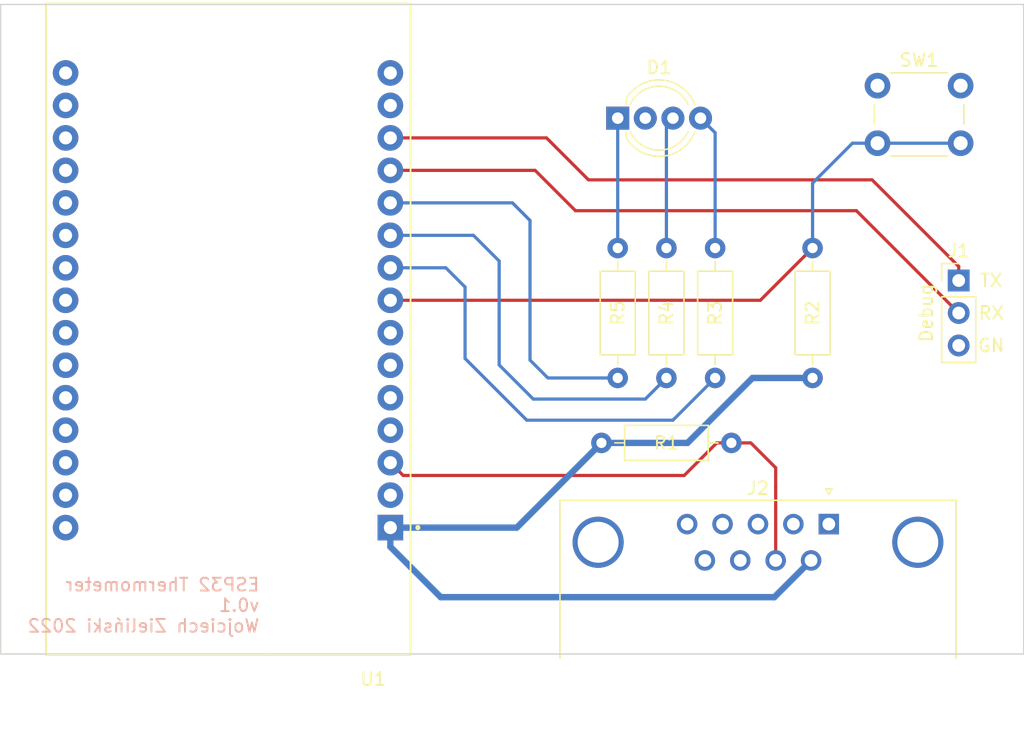
<source format=kicad_pcb>
(kicad_pcb (version 20171130) (host pcbnew 5.1.5+dfsg1-2build2)

  (general
    (thickness 1.6)
    (drawings 11)
    (tracks 54)
    (zones 0)
    (modules 10)
    (nets 39)
  )

  (page A4)
  (layers
    (0 F.Cu signal)
    (31 B.Cu signal)
    (32 B.Adhes user hide)
    (33 F.Adhes user hide)
    (34 B.Paste user hide)
    (35 F.Paste user hide)
    (36 B.SilkS user hide)
    (37 F.SilkS user hide)
    (38 B.Mask user hide)
    (39 F.Mask user hide)
    (40 Dwgs.User user hide)
    (41 Cmts.User user hide)
    (42 Eco1.User user hide)
    (43 Eco2.User user hide)
    (44 Edge.Cuts user)
    (45 Margin user hide)
    (46 B.CrtYd user hide)
    (47 F.CrtYd user hide)
    (48 B.Fab user hide)
    (49 F.Fab user hide)
  )

  (setup
    (last_trace_width 0.25)
    (trace_clearance 0.2)
    (zone_clearance 0.508)
    (zone_45_only no)
    (trace_min 0.2)
    (via_size 0.8)
    (via_drill 0.4)
    (via_min_size 0.4)
    (via_min_drill 0.3)
    (uvia_size 0.3)
    (uvia_drill 0.1)
    (uvias_allowed no)
    (uvia_min_size 0.2)
    (uvia_min_drill 0.1)
    (edge_width 0.1)
    (segment_width 0.2)
    (pcb_text_width 0.3)
    (pcb_text_size 1.5 1.5)
    (mod_edge_width 0.15)
    (mod_text_size 1 1)
    (mod_text_width 0.15)
    (pad_size 1.524 1.524)
    (pad_drill 0.762)
    (pad_to_mask_clearance 0.05)
    (solder_mask_min_width 0.3)
    (aux_axis_origin 0 0)
    (visible_elements FFFFFF7F)
    (pcbplotparams
      (layerselection 0x010fc_ffffffff)
      (usegerberextensions false)
      (usegerberattributes false)
      (usegerberadvancedattributes false)
      (creategerberjobfile false)
      (excludeedgelayer true)
      (linewidth 0.100000)
      (plotframeref false)
      (viasonmask false)
      (mode 1)
      (useauxorigin false)
      (hpglpennumber 1)
      (hpglpenspeed 20)
      (hpglpendiameter 15.000000)
      (psnegative false)
      (psa4output false)
      (plotreference true)
      (plotvalue true)
      (plotinvisibletext false)
      (padsonsilk false)
      (subtractmaskfromsilk false)
      (outputformat 1)
      (mirror false)
      (drillshape 1)
      (scaleselection 1)
      (outputdirectory ""))
  )

  (net 0 "")
  (net 1 "Net-(D1-Pad4)")
  (net 2 "Net-(D1-Pad3)")
  (net 3 GND)
  (net 4 "Net-(D1-Pad1)")
  (net 5 RXD)
  (net 6 TXD)
  (net 7 "Net-(J2-Pad9)")
  (net 8 DATA)
  (net 9 +3V3)
  (net 10 "Net-(J2-Pad5)")
  (net 11 "Net-(J2-Pad4)")
  (net 12 "Net-(J2-Pad3)")
  (net 13 "Net-(J2-Pad2)")
  (net 14 "Net-(J2-Pad1)")
  (net 15 BTN)
  (net 16 LED_BLUE)
  (net 17 LED_GREEN)
  (net 18 LED_RED)
  (net 19 "Net-(U1-Pad16)")
  (net 20 "Net-(U1-Pad17)")
  (net 21 "Net-(U1-Pad18)")
  (net 22 "Net-(U1-Pad19)")
  (net 23 "Net-(U1-Pad20)")
  (net 24 "Net-(U1-Pad21)")
  (net 25 "Net-(U1-Pad22)")
  (net 26 "Net-(U1-Pad23)")
  (net 27 "Net-(U1-Pad24)")
  (net 28 "Net-(U1-Pad25)")
  (net 29 "Net-(U1-Pad26)")
  (net 30 "Net-(U1-Pad27)")
  (net 31 "Net-(U1-Pad28)")
  (net 32 "Net-(U1-Pad30)")
  (net 33 "Net-(U1-Pad15)")
  (net 34 "Net-(U1-Pad14)")
  (net 35 "Net-(U1-Pad7)")
  (net 36 "Net-(U1-Pad6)")
  (net 37 "Net-(U1-Pad5)")
  (net 38 "Net-(U1-Pad4)")

  (net_class Default "To jest domyślna klasa połączeń."
    (clearance 0.2)
    (trace_width 0.25)
    (via_dia 0.8)
    (via_drill 0.4)
    (uvia_dia 0.3)
    (uvia_drill 0.1)
    (add_net BTN)
    (add_net DATA)
    (add_net GND)
    (add_net LED_BLUE)
    (add_net LED_GREEN)
    (add_net LED_RED)
    (add_net "Net-(D1-Pad1)")
    (add_net "Net-(D1-Pad3)")
    (add_net "Net-(D1-Pad4)")
    (add_net "Net-(J2-Pad1)")
    (add_net "Net-(J2-Pad2)")
    (add_net "Net-(J2-Pad3)")
    (add_net "Net-(J2-Pad4)")
    (add_net "Net-(J2-Pad5)")
    (add_net "Net-(J2-Pad9)")
    (add_net "Net-(U1-Pad14)")
    (add_net "Net-(U1-Pad15)")
    (add_net "Net-(U1-Pad16)")
    (add_net "Net-(U1-Pad17)")
    (add_net "Net-(U1-Pad18)")
    (add_net "Net-(U1-Pad19)")
    (add_net "Net-(U1-Pad20)")
    (add_net "Net-(U1-Pad21)")
    (add_net "Net-(U1-Pad22)")
    (add_net "Net-(U1-Pad23)")
    (add_net "Net-(U1-Pad24)")
    (add_net "Net-(U1-Pad25)")
    (add_net "Net-(U1-Pad26)")
    (add_net "Net-(U1-Pad27)")
    (add_net "Net-(U1-Pad28)")
    (add_net "Net-(U1-Pad30)")
    (add_net "Net-(U1-Pad4)")
    (add_net "Net-(U1-Pad5)")
    (add_net "Net-(U1-Pad6)")
    (add_net "Net-(U1-Pad7)")
    (add_net RXD)
    (add_net TXD)
  )

  (net_class Power ""
    (clearance 0.4)
    (trace_width 0.5)
    (via_dia 0.8)
    (via_drill 0.4)
    (uvia_dia 0.3)
    (uvia_drill 0.1)
    (add_net +3V3)
  )

  (module ESP32-DEVKIT-V1:MODULE_ESP32_DEVKIT_V1 (layer F.Cu) (tedit 62504F3D) (tstamp 62504DF0)
    (at 54.61 110.49 180)
    (path /61EC369B)
    (fp_text reference U1 (at -11.355 -27.36 180) (layer F.SilkS)
      (effects (font (size 1 1) (thickness 0.15)))
    )
    (fp_text value ESP32-DEVKIT-V1 (at -0.56 27.36 180) (layer F.Fab)
      (effects (font (size 1 1) (thickness 0.15)))
    )
    (fp_line (start 14.48 -25.725) (end -14.53 -25.725) (layer F.CrtYd) (width 0.05))
    (fp_line (start 14.48 25.725) (end 14.48 -25.725) (layer F.CrtYd) (width 0.05))
    (fp_line (start -14.53 25.725) (end 14.48 25.725) (layer F.CrtYd) (width 0.05))
    (fp_line (start -14.53 -25.725) (end -14.53 25.725) (layer F.CrtYd) (width 0.05))
    (fp_line (start 8.78 25.475) (end 14.23 25.475) (layer F.SilkS) (width 0.127))
    (fp_line (start -8.91 25.475) (end 8.78 25.475) (layer F.SilkS) (width 0.127))
    (fp_line (start -14.28 25.475) (end -8.91 25.475) (layer F.SilkS) (width 0.127))
    (fp_line (start 14.23 -25.475) (end 14.23 25.475) (layer F.SilkS) (width 0.127))
    (fp_line (start -14.28 25.475) (end -14.28 -25.475) (layer F.SilkS) (width 0.127))
    (fp_line (start 3.5 -25.475) (end 14.23 -25.475) (layer F.SilkS) (width 0.127))
    (fp_line (start -3.211 -25.475) (end 3.5 -25.475) (layer F.SilkS) (width 0.127))
    (fp_line (start -14.28 -25.475) (end -3.211 -25.475) (layer F.SilkS) (width 0.127))
    (fp_poly (pts (xy -8.91 18.985) (xy 8.78 18.985) (xy 8.78 25.475) (xy -8.91 25.475)) (layer Dwgs.User) (width 0.01))
    (fp_poly (pts (xy -8.91 18.985) (xy 8.78 18.985) (xy 8.78 25.475) (xy -8.91 25.475)) (layer Dwgs.User) (width 0.01))
    (fp_poly (pts (xy -8.91 18.985) (xy 8.78 18.985) (xy 8.78 25.475) (xy -8.91 25.475)) (layer Dwgs.User) (width 0.01))
    (fp_line (start -3.211 -21.585) (end -3.211 -25.475) (layer F.Fab) (width 0.127))
    (fp_line (start 3.5 -21.585) (end -3.211 -21.585) (layer F.Fab) (width 0.127))
    (fp_line (start 3.5 -25.475) (end 3.5 -21.585) (layer F.Fab) (width 0.127))
    (fp_line (start -8.91 18.985) (end 8.78 18.985) (layer F.Fab) (width 0.127))
    (fp_line (start 8.78 18.985) (end 8.78 25.475) (layer F.Fab) (width 0.127))
    (fp_line (start 8.78 6.355) (end 8.78 18.985) (layer F.Fab) (width 0.127))
    (fp_line (start -8.91 6.355) (end 8.78 6.355) (layer F.Fab) (width 0.127))
    (fp_line (start -8.91 18.985) (end -8.91 6.355) (layer F.Fab) (width 0.127))
    (fp_line (start -8.91 25.475) (end -8.91 18.985) (layer F.Fab) (width 0.127))
    (fp_line (start 8.78 25.475) (end 14.23 25.475) (layer F.Fab) (width 0.127))
    (fp_line (start -8.91 25.475) (end 8.78 25.475) (layer F.Fab) (width 0.127))
    (fp_line (start -14.28 25.475) (end -8.91 25.475) (layer F.Fab) (width 0.127))
    (fp_line (start 14.23 -25.475) (end 14.23 25.475) (layer F.Fab) (width 0.127))
    (fp_circle (center -14.85 -15.515) (end -14.75 -15.515) (layer F.Fab) (width 0.2))
    (fp_circle (center -14.85 -15.515) (end -14.75 -15.515) (layer F.SilkS) (width 0.2))
    (fp_line (start -14.28 25.475) (end -14.28 -25.475) (layer F.SilkS) (width 0.127))
    (fp_line (start -14.28 -25.475) (end 14.23 -25.475) (layer F.SilkS) (width 0.127))
    (fp_line (start -14.28 25.475) (end -14.28 -25.475) (layer F.Fab) (width 0.127))
    (fp_line (start 14.23 25.475) (end -14.28 25.475) (layer F.SilkS) (width 0.127))
    (fp_line (start 14.23 -25.475) (end 14.23 25.475) (layer F.SilkS) (width 0.127))
    (fp_line (start 3.5 -25.475) (end 14.23 -25.475) (layer F.Fab) (width 0.127))
    (fp_line (start -3.211 -25.475) (end 3.5 -25.475) (layer F.Fab) (width 0.127))
    (fp_line (start -14.28 -25.475) (end -3.211 -25.475) (layer F.Fab) (width 0.127))
    (pad 16 thru_hole circle (at 12.7 20.045 180) (size 2 2) (drill 1.02) (layers *.Cu *.Mask)
      (net 19 "Net-(U1-Pad16)"))
    (pad 17 thru_hole circle (at 12.7 17.505 180) (size 2 2) (drill 1.02) (layers *.Cu *.Mask)
      (net 20 "Net-(U1-Pad17)"))
    (pad 18 thru_hole circle (at 12.7 14.965 180) (size 2 2) (drill 1.02) (layers *.Cu *.Mask)
      (net 21 "Net-(U1-Pad18)"))
    (pad 19 thru_hole circle (at 12.7 12.425 180) (size 2 2) (drill 1.02) (layers *.Cu *.Mask)
      (net 22 "Net-(U1-Pad19)"))
    (pad 20 thru_hole circle (at 12.7 9.885 180) (size 2 2) (drill 1.02) (layers *.Cu *.Mask)
      (net 23 "Net-(U1-Pad20)"))
    (pad 21 thru_hole circle (at 12.7 7.345 180) (size 2 2) (drill 1.02) (layers *.Cu *.Mask)
      (net 24 "Net-(U1-Pad21)"))
    (pad 22 thru_hole circle (at 12.7 4.805 180) (size 2 2) (drill 1.02) (layers *.Cu *.Mask)
      (net 25 "Net-(U1-Pad22)"))
    (pad 23 thru_hole circle (at 12.7 2.265 180) (size 2 2) (drill 1.02) (layers *.Cu *.Mask)
      (net 26 "Net-(U1-Pad23)"))
    (pad 24 thru_hole circle (at 12.7 -0.275 180) (size 2 2) (drill 1.02) (layers *.Cu *.Mask)
      (net 27 "Net-(U1-Pad24)"))
    (pad 25 thru_hole circle (at 12.7 -2.815 180) (size 2 2) (drill 1.02) (layers *.Cu *.Mask)
      (net 28 "Net-(U1-Pad25)"))
    (pad 26 thru_hole circle (at 12.7 -5.355 180) (size 2 2) (drill 1.02) (layers *.Cu *.Mask)
      (net 29 "Net-(U1-Pad26)"))
    (pad 27 thru_hole circle (at 12.7 -7.895 180) (size 2 2) (drill 1.02) (layers *.Cu *.Mask)
      (net 30 "Net-(U1-Pad27)"))
    (pad 28 thru_hole circle (at 12.7 -10.435 180) (size 2 2) (drill 1.02) (layers *.Cu *.Mask)
      (net 31 "Net-(U1-Pad28)"))
    (pad 29 thru_hole circle (at 12.7 -12.975 180) (size 2 2) (drill 1.02) (layers *.Cu *.Mask)
      (net 3 GND))
    (pad 30 thru_hole circle (at 12.7 -15.515 180) (size 2 2) (drill 1.02) (layers *.Cu *.Mask)
      (net 32 "Net-(U1-Pad30)"))
    (pad 15 thru_hole circle (at -12.7 20.045 180) (size 2 2) (drill 1.02) (layers *.Cu *.Mask)
      (net 33 "Net-(U1-Pad15)"))
    (pad 14 thru_hole circle (at -12.7 17.505 180) (size 2 2) (drill 1.02) (layers *.Cu *.Mask)
      (net 34 "Net-(U1-Pad14)"))
    (pad 13 thru_hole circle (at -12.7 14.965 180) (size 2 2) (drill 1.02) (layers *.Cu *.Mask)
      (net 6 TXD))
    (pad 12 thru_hole circle (at -12.7 12.425 180) (size 2 2) (drill 1.02) (layers *.Cu *.Mask)
      (net 5 RXD))
    (pad 11 thru_hole circle (at -12.7 9.885 180) (size 2 2) (drill 1.02) (layers *.Cu *.Mask)
      (net 18 LED_RED))
    (pad 10 thru_hole circle (at -12.7 7.345 180) (size 2 2) (drill 1.02) (layers *.Cu *.Mask)
      (net 17 LED_GREEN))
    (pad 9 thru_hole circle (at -12.7 4.805 180) (size 2 2) (drill 1.02) (layers *.Cu *.Mask)
      (net 16 LED_BLUE))
    (pad 8 thru_hole circle (at -12.7 2.265 180) (size 2 2) (drill 1.02) (layers *.Cu *.Mask)
      (net 15 BTN))
    (pad 7 thru_hole circle (at -12.7 -0.275 180) (size 2 2) (drill 1.02) (layers *.Cu *.Mask)
      (net 35 "Net-(U1-Pad7)"))
    (pad 6 thru_hole circle (at -12.7 -2.815 180) (size 2 2) (drill 1.02) (layers *.Cu *.Mask)
      (net 36 "Net-(U1-Pad6)"))
    (pad 5 thru_hole circle (at -12.7 -5.355 180) (size 2 2) (drill 1.02) (layers *.Cu *.Mask)
      (net 37 "Net-(U1-Pad5)"))
    (pad 4 thru_hole circle (at -12.7 -7.895 180) (size 2 2) (drill 1.02) (layers *.Cu *.Mask)
      (net 38 "Net-(U1-Pad4)"))
    (pad 3 thru_hole circle (at -12.7 -10.435 180) (size 2 2) (drill 1.02) (layers *.Cu *.Mask)
      (net 8 DATA))
    (pad 2 thru_hole circle (at -12.7 -12.975 180) (size 2 2) (drill 1.02) (layers *.Cu *.Mask)
      (net 3 GND))
    (pad 1 thru_hole rect (at -12.7 -15.515 180) (size 2 2) (drill 1.02) (layers *.Cu *.Mask)
      (net 9 +3V3))
  )

  (module Button_Switch_THT:SW_PUSH_6mm_H5mm (layer F.Cu) (tedit 5A02FE31) (tstamp 62504DA4)
    (at 105.41 91.44)
    (descr "tactile push button, 6x6mm e.g. PHAP33xx series, height=5mm")
    (tags "tact sw push 6mm")
    (path /61EC7290)
    (fp_text reference SW1 (at 3.25 -2) (layer F.SilkS)
      (effects (font (size 1 1) (thickness 0.15)))
    )
    (fp_text value SW_Push (at 3.75 6.7) (layer F.Fab)
      (effects (font (size 1 1) (thickness 0.15)))
    )
    (fp_circle (center 3.25 2.25) (end 1.25 2.5) (layer F.Fab) (width 0.1))
    (fp_line (start 6.75 3) (end 6.75 1.5) (layer F.SilkS) (width 0.12))
    (fp_line (start 5.5 -1) (end 1 -1) (layer F.SilkS) (width 0.12))
    (fp_line (start -0.25 1.5) (end -0.25 3) (layer F.SilkS) (width 0.12))
    (fp_line (start 1 5.5) (end 5.5 5.5) (layer F.SilkS) (width 0.12))
    (fp_line (start 8 -1.25) (end 8 5.75) (layer F.CrtYd) (width 0.05))
    (fp_line (start 7.75 6) (end -1.25 6) (layer F.CrtYd) (width 0.05))
    (fp_line (start -1.5 5.75) (end -1.5 -1.25) (layer F.CrtYd) (width 0.05))
    (fp_line (start -1.25 -1.5) (end 7.75 -1.5) (layer F.CrtYd) (width 0.05))
    (fp_line (start -1.5 6) (end -1.25 6) (layer F.CrtYd) (width 0.05))
    (fp_line (start -1.5 5.75) (end -1.5 6) (layer F.CrtYd) (width 0.05))
    (fp_line (start -1.5 -1.5) (end -1.25 -1.5) (layer F.CrtYd) (width 0.05))
    (fp_line (start -1.5 -1.25) (end -1.5 -1.5) (layer F.CrtYd) (width 0.05))
    (fp_line (start 8 -1.5) (end 8 -1.25) (layer F.CrtYd) (width 0.05))
    (fp_line (start 7.75 -1.5) (end 8 -1.5) (layer F.CrtYd) (width 0.05))
    (fp_line (start 8 6) (end 8 5.75) (layer F.CrtYd) (width 0.05))
    (fp_line (start 7.75 6) (end 8 6) (layer F.CrtYd) (width 0.05))
    (fp_line (start 0.25 -0.75) (end 3.25 -0.75) (layer F.Fab) (width 0.1))
    (fp_line (start 0.25 5.25) (end 0.25 -0.75) (layer F.Fab) (width 0.1))
    (fp_line (start 6.25 5.25) (end 0.25 5.25) (layer F.Fab) (width 0.1))
    (fp_line (start 6.25 -0.75) (end 6.25 5.25) (layer F.Fab) (width 0.1))
    (fp_line (start 3.25 -0.75) (end 6.25 -0.75) (layer F.Fab) (width 0.1))
    (fp_text user %R (at 3.25 2.25) (layer F.Fab)
      (effects (font (size 1 1) (thickness 0.15)))
    )
    (pad 1 thru_hole circle (at 6.5 0 90) (size 2 2) (drill 1.1) (layers *.Cu *.Mask)
      (net 3 GND))
    (pad 2 thru_hole circle (at 6.5 4.5 90) (size 2 2) (drill 1.1) (layers *.Cu *.Mask)
      (net 15 BTN))
    (pad 1 thru_hole circle (at 0 0 90) (size 2 2) (drill 1.1) (layers *.Cu *.Mask)
      (net 3 GND))
    (pad 2 thru_hole circle (at 0 4.5 90) (size 2 2) (drill 1.1) (layers *.Cu *.Mask)
      (net 15 BTN))
    (model ${KISYS3DMOD}/Button_Switch_THT.3dshapes/SW_PUSH_6mm_H5mm.wrl
      (at (xyz 0 0 0))
      (scale (xyz 1 1 1))
      (rotate (xyz 0 0 0))
    )
  )

  (module Resistor_THT:R_Axial_DIN0207_L6.3mm_D2.5mm_P10.16mm_Horizontal (layer F.Cu) (tedit 5AE5139B) (tstamp 62504D85)
    (at 85.09 104.14 270)
    (descr "Resistor, Axial_DIN0207 series, Axial, Horizontal, pin pitch=10.16mm, 0.25W = 1/4W, length*diameter=6.3*2.5mm^2, http://cdn-reichelt.de/documents/datenblatt/B400/1_4W%23YAG.pdf")
    (tags "Resistor Axial_DIN0207 series Axial Horizontal pin pitch 10.16mm 0.25W = 1/4W length 6.3mm diameter 2.5mm")
    (path /61EF48DE)
    (fp_text reference R5 (at 5.08 0 90) (layer F.SilkS)
      (effects (font (size 1 1) (thickness 0.15)))
    )
    (fp_text value 330 (at 5.08 2.37 90) (layer F.Fab)
      (effects (font (size 1 1) (thickness 0.15)))
    )
    (fp_text user %R (at 5.08 0 90) (layer F.Fab)
      (effects (font (size 1 1) (thickness 0.15)))
    )
    (fp_line (start 11.21 -1.5) (end -1.05 -1.5) (layer F.CrtYd) (width 0.05))
    (fp_line (start 11.21 1.5) (end 11.21 -1.5) (layer F.CrtYd) (width 0.05))
    (fp_line (start -1.05 1.5) (end 11.21 1.5) (layer F.CrtYd) (width 0.05))
    (fp_line (start -1.05 -1.5) (end -1.05 1.5) (layer F.CrtYd) (width 0.05))
    (fp_line (start 9.12 0) (end 8.35 0) (layer F.SilkS) (width 0.12))
    (fp_line (start 1.04 0) (end 1.81 0) (layer F.SilkS) (width 0.12))
    (fp_line (start 8.35 -1.37) (end 1.81 -1.37) (layer F.SilkS) (width 0.12))
    (fp_line (start 8.35 1.37) (end 8.35 -1.37) (layer F.SilkS) (width 0.12))
    (fp_line (start 1.81 1.37) (end 8.35 1.37) (layer F.SilkS) (width 0.12))
    (fp_line (start 1.81 -1.37) (end 1.81 1.37) (layer F.SilkS) (width 0.12))
    (fp_line (start 10.16 0) (end 8.23 0) (layer F.Fab) (width 0.1))
    (fp_line (start 0 0) (end 1.93 0) (layer F.Fab) (width 0.1))
    (fp_line (start 8.23 -1.25) (end 1.93 -1.25) (layer F.Fab) (width 0.1))
    (fp_line (start 8.23 1.25) (end 8.23 -1.25) (layer F.Fab) (width 0.1))
    (fp_line (start 1.93 1.25) (end 8.23 1.25) (layer F.Fab) (width 0.1))
    (fp_line (start 1.93 -1.25) (end 1.93 1.25) (layer F.Fab) (width 0.1))
    (pad 2 thru_hole oval (at 10.16 0 270) (size 1.6 1.6) (drill 0.8) (layers *.Cu *.Mask)
      (net 18 LED_RED))
    (pad 1 thru_hole circle (at 0 0 270) (size 1.6 1.6) (drill 0.8) (layers *.Cu *.Mask)
      (net 4 "Net-(D1-Pad1)"))
    (model ${KISYS3DMOD}/Resistor_THT.3dshapes/R_Axial_DIN0207_L6.3mm_D2.5mm_P10.16mm_Horizontal.wrl
      (at (xyz 0 0 0))
      (scale (xyz 1 1 1))
      (rotate (xyz 0 0 0))
    )
  )

  (module Resistor_THT:R_Axial_DIN0207_L6.3mm_D2.5mm_P10.16mm_Horizontal (layer F.Cu) (tedit 5AE5139B) (tstamp 62504D6E)
    (at 88.9 104.14 270)
    (descr "Resistor, Axial_DIN0207 series, Axial, Horizontal, pin pitch=10.16mm, 0.25W = 1/4W, length*diameter=6.3*2.5mm^2, http://cdn-reichelt.de/documents/datenblatt/B400/1_4W%23YAG.pdf")
    (tags "Resistor Axial_DIN0207 series Axial Horizontal pin pitch 10.16mm 0.25W = 1/4W length 6.3mm diameter 2.5mm")
    (path /61EF45FA)
    (fp_text reference R4 (at 5.08 0 90) (layer F.SilkS)
      (effects (font (size 1 1) (thickness 0.15)))
    )
    (fp_text value 100 (at 5.08 2.37 90) (layer F.Fab)
      (effects (font (size 1 1) (thickness 0.15)))
    )
    (fp_text user %R (at 5.08 0 90) (layer F.Fab)
      (effects (font (size 1 1) (thickness 0.15)))
    )
    (fp_line (start 11.21 -1.5) (end -1.05 -1.5) (layer F.CrtYd) (width 0.05))
    (fp_line (start 11.21 1.5) (end 11.21 -1.5) (layer F.CrtYd) (width 0.05))
    (fp_line (start -1.05 1.5) (end 11.21 1.5) (layer F.CrtYd) (width 0.05))
    (fp_line (start -1.05 -1.5) (end -1.05 1.5) (layer F.CrtYd) (width 0.05))
    (fp_line (start 9.12 0) (end 8.35 0) (layer F.SilkS) (width 0.12))
    (fp_line (start 1.04 0) (end 1.81 0) (layer F.SilkS) (width 0.12))
    (fp_line (start 8.35 -1.37) (end 1.81 -1.37) (layer F.SilkS) (width 0.12))
    (fp_line (start 8.35 1.37) (end 8.35 -1.37) (layer F.SilkS) (width 0.12))
    (fp_line (start 1.81 1.37) (end 8.35 1.37) (layer F.SilkS) (width 0.12))
    (fp_line (start 1.81 -1.37) (end 1.81 1.37) (layer F.SilkS) (width 0.12))
    (fp_line (start 10.16 0) (end 8.23 0) (layer F.Fab) (width 0.1))
    (fp_line (start 0 0) (end 1.93 0) (layer F.Fab) (width 0.1))
    (fp_line (start 8.23 -1.25) (end 1.93 -1.25) (layer F.Fab) (width 0.1))
    (fp_line (start 8.23 1.25) (end 8.23 -1.25) (layer F.Fab) (width 0.1))
    (fp_line (start 1.93 1.25) (end 8.23 1.25) (layer F.Fab) (width 0.1))
    (fp_line (start 1.93 -1.25) (end 1.93 1.25) (layer F.Fab) (width 0.1))
    (pad 2 thru_hole oval (at 10.16 0 270) (size 1.6 1.6) (drill 0.8) (layers *.Cu *.Mask)
      (net 17 LED_GREEN))
    (pad 1 thru_hole circle (at 0 0 270) (size 1.6 1.6) (drill 0.8) (layers *.Cu *.Mask)
      (net 2 "Net-(D1-Pad3)"))
    (model ${KISYS3DMOD}/Resistor_THT.3dshapes/R_Axial_DIN0207_L6.3mm_D2.5mm_P10.16mm_Horizontal.wrl
      (at (xyz 0 0 0))
      (scale (xyz 1 1 1))
      (rotate (xyz 0 0 0))
    )
  )

  (module Resistor_THT:R_Axial_DIN0207_L6.3mm_D2.5mm_P10.16mm_Horizontal (layer F.Cu) (tedit 5AE5139B) (tstamp 62504D57)
    (at 92.71 104.14 270)
    (descr "Resistor, Axial_DIN0207 series, Axial, Horizontal, pin pitch=10.16mm, 0.25W = 1/4W, length*diameter=6.3*2.5mm^2, http://cdn-reichelt.de/documents/datenblatt/B400/1_4W%23YAG.pdf")
    (tags "Resistor Axial_DIN0207 series Axial Horizontal pin pitch 10.16mm 0.25W = 1/4W length 6.3mm diameter 2.5mm")
    (path /61EF40D6)
    (fp_text reference R3 (at 5.08 0 90) (layer F.SilkS)
      (effects (font (size 1 1) (thickness 0.15)))
    )
    (fp_text value 100 (at 5.08 2.37 90) (layer F.Fab)
      (effects (font (size 1 1) (thickness 0.15)))
    )
    (fp_text user %R (at 5.08 0 90) (layer F.Fab)
      (effects (font (size 1 1) (thickness 0.15)))
    )
    (fp_line (start 11.21 -1.5) (end -1.05 -1.5) (layer F.CrtYd) (width 0.05))
    (fp_line (start 11.21 1.5) (end 11.21 -1.5) (layer F.CrtYd) (width 0.05))
    (fp_line (start -1.05 1.5) (end 11.21 1.5) (layer F.CrtYd) (width 0.05))
    (fp_line (start -1.05 -1.5) (end -1.05 1.5) (layer F.CrtYd) (width 0.05))
    (fp_line (start 9.12 0) (end 8.35 0) (layer F.SilkS) (width 0.12))
    (fp_line (start 1.04 0) (end 1.81 0) (layer F.SilkS) (width 0.12))
    (fp_line (start 8.35 -1.37) (end 1.81 -1.37) (layer F.SilkS) (width 0.12))
    (fp_line (start 8.35 1.37) (end 8.35 -1.37) (layer F.SilkS) (width 0.12))
    (fp_line (start 1.81 1.37) (end 8.35 1.37) (layer F.SilkS) (width 0.12))
    (fp_line (start 1.81 -1.37) (end 1.81 1.37) (layer F.SilkS) (width 0.12))
    (fp_line (start 10.16 0) (end 8.23 0) (layer F.Fab) (width 0.1))
    (fp_line (start 0 0) (end 1.93 0) (layer F.Fab) (width 0.1))
    (fp_line (start 8.23 -1.25) (end 1.93 -1.25) (layer F.Fab) (width 0.1))
    (fp_line (start 8.23 1.25) (end 8.23 -1.25) (layer F.Fab) (width 0.1))
    (fp_line (start 1.93 1.25) (end 8.23 1.25) (layer F.Fab) (width 0.1))
    (fp_line (start 1.93 -1.25) (end 1.93 1.25) (layer F.Fab) (width 0.1))
    (pad 2 thru_hole oval (at 10.16 0 270) (size 1.6 1.6) (drill 0.8) (layers *.Cu *.Mask)
      (net 16 LED_BLUE))
    (pad 1 thru_hole circle (at 0 0 270) (size 1.6 1.6) (drill 0.8) (layers *.Cu *.Mask)
      (net 1 "Net-(D1-Pad4)"))
    (model ${KISYS3DMOD}/Resistor_THT.3dshapes/R_Axial_DIN0207_L6.3mm_D2.5mm_P10.16mm_Horizontal.wrl
      (at (xyz 0 0 0))
      (scale (xyz 1 1 1))
      (rotate (xyz 0 0 0))
    )
  )

  (module Resistor_THT:R_Axial_DIN0207_L6.3mm_D2.5mm_P10.16mm_Horizontal (layer F.Cu) (tedit 5AE5139B) (tstamp 62504D40)
    (at 100.33 114.3 90)
    (descr "Resistor, Axial_DIN0207 series, Axial, Horizontal, pin pitch=10.16mm, 0.25W = 1/4W, length*diameter=6.3*2.5mm^2, http://cdn-reichelt.de/documents/datenblatt/B400/1_4W%23YAG.pdf")
    (tags "Resistor Axial_DIN0207 series Axial Horizontal pin pitch 10.16mm 0.25W = 1/4W length 6.3mm diameter 2.5mm")
    (path /61EC8F8F)
    (fp_text reference R2 (at 5.08 0 90) (layer F.SilkS)
      (effects (font (size 1 1) (thickness 0.15)))
    )
    (fp_text value 3.3k (at 5.08 2.37 90) (layer F.Fab)
      (effects (font (size 1 1) (thickness 0.15)))
    )
    (fp_text user %R (at 5.08 0 90) (layer F.Fab)
      (effects (font (size 1 1) (thickness 0.15)))
    )
    (fp_line (start 11.21 -1.5) (end -1.05 -1.5) (layer F.CrtYd) (width 0.05))
    (fp_line (start 11.21 1.5) (end 11.21 -1.5) (layer F.CrtYd) (width 0.05))
    (fp_line (start -1.05 1.5) (end 11.21 1.5) (layer F.CrtYd) (width 0.05))
    (fp_line (start -1.05 -1.5) (end -1.05 1.5) (layer F.CrtYd) (width 0.05))
    (fp_line (start 9.12 0) (end 8.35 0) (layer F.SilkS) (width 0.12))
    (fp_line (start 1.04 0) (end 1.81 0) (layer F.SilkS) (width 0.12))
    (fp_line (start 8.35 -1.37) (end 1.81 -1.37) (layer F.SilkS) (width 0.12))
    (fp_line (start 8.35 1.37) (end 8.35 -1.37) (layer F.SilkS) (width 0.12))
    (fp_line (start 1.81 1.37) (end 8.35 1.37) (layer F.SilkS) (width 0.12))
    (fp_line (start 1.81 -1.37) (end 1.81 1.37) (layer F.SilkS) (width 0.12))
    (fp_line (start 10.16 0) (end 8.23 0) (layer F.Fab) (width 0.1))
    (fp_line (start 0 0) (end 1.93 0) (layer F.Fab) (width 0.1))
    (fp_line (start 8.23 -1.25) (end 1.93 -1.25) (layer F.Fab) (width 0.1))
    (fp_line (start 8.23 1.25) (end 8.23 -1.25) (layer F.Fab) (width 0.1))
    (fp_line (start 1.93 1.25) (end 8.23 1.25) (layer F.Fab) (width 0.1))
    (fp_line (start 1.93 -1.25) (end 1.93 1.25) (layer F.Fab) (width 0.1))
    (pad 2 thru_hole oval (at 10.16 0 90) (size 1.6 1.6) (drill 0.8) (layers *.Cu *.Mask)
      (net 15 BTN))
    (pad 1 thru_hole circle (at 0 0 90) (size 1.6 1.6) (drill 0.8) (layers *.Cu *.Mask)
      (net 9 +3V3))
    (model ${KISYS3DMOD}/Resistor_THT.3dshapes/R_Axial_DIN0207_L6.3mm_D2.5mm_P10.16mm_Horizontal.wrl
      (at (xyz 0 0 0))
      (scale (xyz 1 1 1))
      (rotate (xyz 0 0 0))
    )
  )

  (module Resistor_THT:R_Axial_DIN0207_L6.3mm_D2.5mm_P10.16mm_Horizontal (layer F.Cu) (tedit 5AE5139B) (tstamp 62504D29)
    (at 83.82 119.38)
    (descr "Resistor, Axial_DIN0207 series, Axial, Horizontal, pin pitch=10.16mm, 0.25W = 1/4W, length*diameter=6.3*2.5mm^2, http://cdn-reichelt.de/documents/datenblatt/B400/1_4W%23YAG.pdf")
    (tags "Resistor Axial_DIN0207 series Axial Horizontal pin pitch 10.16mm 0.25W = 1/4W length 6.3mm diameter 2.5mm")
    (path /61EE27DD)
    (fp_text reference R1 (at 5.08 0) (layer F.SilkS)
      (effects (font (size 1 1) (thickness 0.15)))
    )
    (fp_text value 4.7k (at 5.08 2.37) (layer F.Fab)
      (effects (font (size 1 1) (thickness 0.15)))
    )
    (fp_text user %R (at 5.08 0) (layer F.Fab)
      (effects (font (size 1 1) (thickness 0.15)))
    )
    (fp_line (start 11.21 -1.5) (end -1.05 -1.5) (layer F.CrtYd) (width 0.05))
    (fp_line (start 11.21 1.5) (end 11.21 -1.5) (layer F.CrtYd) (width 0.05))
    (fp_line (start -1.05 1.5) (end 11.21 1.5) (layer F.CrtYd) (width 0.05))
    (fp_line (start -1.05 -1.5) (end -1.05 1.5) (layer F.CrtYd) (width 0.05))
    (fp_line (start 9.12 0) (end 8.35 0) (layer F.SilkS) (width 0.12))
    (fp_line (start 1.04 0) (end 1.81 0) (layer F.SilkS) (width 0.12))
    (fp_line (start 8.35 -1.37) (end 1.81 -1.37) (layer F.SilkS) (width 0.12))
    (fp_line (start 8.35 1.37) (end 8.35 -1.37) (layer F.SilkS) (width 0.12))
    (fp_line (start 1.81 1.37) (end 8.35 1.37) (layer F.SilkS) (width 0.12))
    (fp_line (start 1.81 -1.37) (end 1.81 1.37) (layer F.SilkS) (width 0.12))
    (fp_line (start 10.16 0) (end 8.23 0) (layer F.Fab) (width 0.1))
    (fp_line (start 0 0) (end 1.93 0) (layer F.Fab) (width 0.1))
    (fp_line (start 8.23 -1.25) (end 1.93 -1.25) (layer F.Fab) (width 0.1))
    (fp_line (start 8.23 1.25) (end 8.23 -1.25) (layer F.Fab) (width 0.1))
    (fp_line (start 1.93 1.25) (end 8.23 1.25) (layer F.Fab) (width 0.1))
    (fp_line (start 1.93 -1.25) (end 1.93 1.25) (layer F.Fab) (width 0.1))
    (pad 2 thru_hole oval (at 10.16 0) (size 1.6 1.6) (drill 0.8) (layers *.Cu *.Mask)
      (net 8 DATA))
    (pad 1 thru_hole circle (at 0 0) (size 1.6 1.6) (drill 0.8) (layers *.Cu *.Mask)
      (net 9 +3V3))
    (model ${KISYS3DMOD}/Resistor_THT.3dshapes/R_Axial_DIN0207_L6.3mm_D2.5mm_P10.16mm_Horizontal.wrl
      (at (xyz 0 0 0))
      (scale (xyz 1 1 1))
      (rotate (xyz 0 0 0))
    )
  )

  (module Connector_Dsub:DSUB-9_Female_Horizontal_P2.77x2.84mm_EdgePinOffset7.70mm_Housed_MountingHolesOffset9.12mm (layer F.Cu) (tedit 59FEDEE2) (tstamp 62504D12)
    (at 101.6 125.73)
    (descr "9-pin D-Sub connector, horizontal/angled (90 deg), THT-mount, female, pitch 2.77x2.84mm, pin-PCB-offset 7.699999999999999mm, distance of mounting holes 25mm, distance of mounting holes to PCB edge 9.12mm, see https://disti-assets.s3.amazonaws.com/tonar/files/datasheets/16730.pdf")
    (tags "9-pin D-Sub connector horizontal angled 90deg THT female pitch 2.77x2.84mm pin-PCB-offset 7.699999999999999mm mounting-holes-distance 25mm mounting-hole-offset 25mm")
    (path /61ED2D81)
    (fp_text reference J2 (at -5.54 -2.8) (layer F.SilkS)
      (effects (font (size 1 1) (thickness 0.15)))
    )
    (fp_text value DB9_Female (at -5.54 18.61) (layer F.Fab)
      (effects (font (size 1 1) (thickness 0.15)))
    )
    (fp_text user %R (at -5.54 14.025) (layer F.Fab)
      (effects (font (size 1 1) (thickness 0.15)))
    )
    (fp_line (start 10.4 -2.35) (end -21.5 -2.35) (layer F.CrtYd) (width 0.05))
    (fp_line (start 10.4 17.65) (end 10.4 -2.35) (layer F.CrtYd) (width 0.05))
    (fp_line (start -21.5 17.65) (end 10.4 17.65) (layer F.CrtYd) (width 0.05))
    (fp_line (start -21.5 -2.35) (end -21.5 17.65) (layer F.CrtYd) (width 0.05))
    (fp_line (start 0 -2.321325) (end -0.25 -2.754338) (layer F.SilkS) (width 0.12))
    (fp_line (start 0.25 -2.754338) (end 0 -2.321325) (layer F.SilkS) (width 0.12))
    (fp_line (start -0.25 -2.754338) (end 0.25 -2.754338) (layer F.SilkS) (width 0.12))
    (fp_line (start 9.945 -1.86) (end 9.945 10.48) (layer F.SilkS) (width 0.12))
    (fp_line (start -21.025 -1.86) (end 9.945 -1.86) (layer F.SilkS) (width 0.12))
    (fp_line (start -21.025 10.48) (end -21.025 -1.86) (layer F.SilkS) (width 0.12))
    (fp_line (start 8.56 10.54) (end 8.56 1.42) (layer F.Fab) (width 0.1))
    (fp_line (start 5.36 10.54) (end 5.36 1.42) (layer F.Fab) (width 0.1))
    (fp_line (start -16.44 10.54) (end -16.44 1.42) (layer F.Fab) (width 0.1))
    (fp_line (start -19.64 10.54) (end -19.64 1.42) (layer F.Fab) (width 0.1))
    (fp_line (start 9.46 10.94) (end 4.46 10.94) (layer F.Fab) (width 0.1))
    (fp_line (start 9.46 15.94) (end 9.46 10.94) (layer F.Fab) (width 0.1))
    (fp_line (start 4.46 15.94) (end 9.46 15.94) (layer F.Fab) (width 0.1))
    (fp_line (start 4.46 10.94) (end 4.46 15.94) (layer F.Fab) (width 0.1))
    (fp_line (start -15.54 10.94) (end -20.54 10.94) (layer F.Fab) (width 0.1))
    (fp_line (start -15.54 15.94) (end -15.54 10.94) (layer F.Fab) (width 0.1))
    (fp_line (start -20.54 15.94) (end -15.54 15.94) (layer F.Fab) (width 0.1))
    (fp_line (start -20.54 10.94) (end -20.54 15.94) (layer F.Fab) (width 0.1))
    (fp_line (start 2.61 10.94) (end -13.69 10.94) (layer F.Fab) (width 0.1))
    (fp_line (start 2.61 17.11) (end 2.61 10.94) (layer F.Fab) (width 0.1))
    (fp_line (start -13.69 17.11) (end 2.61 17.11) (layer F.Fab) (width 0.1))
    (fp_line (start -13.69 10.94) (end -13.69 17.11) (layer F.Fab) (width 0.1))
    (fp_line (start 9.885 10.54) (end -20.965 10.54) (layer F.Fab) (width 0.1))
    (fp_line (start 9.885 10.94) (end 9.885 10.54) (layer F.Fab) (width 0.1))
    (fp_line (start -20.965 10.94) (end 9.885 10.94) (layer F.Fab) (width 0.1))
    (fp_line (start -20.965 10.54) (end -20.965 10.94) (layer F.Fab) (width 0.1))
    (fp_line (start 9.885 -1.8) (end -20.965 -1.8) (layer F.Fab) (width 0.1))
    (fp_line (start 9.885 10.54) (end 9.885 -1.8) (layer F.Fab) (width 0.1))
    (fp_line (start -20.965 10.54) (end 9.885 10.54) (layer F.Fab) (width 0.1))
    (fp_line (start -20.965 -1.8) (end -20.965 10.54) (layer F.Fab) (width 0.1))
    (fp_arc (start 6.96 1.42) (end 5.36 1.42) (angle 180) (layer F.Fab) (width 0.1))
    (fp_arc (start -18.04 1.42) (end -19.64 1.42) (angle 180) (layer F.Fab) (width 0.1))
    (pad 0 thru_hole circle (at 6.96 1.42) (size 4 4) (drill 3.2) (layers *.Cu *.Mask))
    (pad 0 thru_hole circle (at -18.04 1.42) (size 4 4) (drill 3.2) (layers *.Cu *.Mask))
    (pad 9 thru_hole circle (at -9.695 2.84) (size 1.6 1.6) (drill 1) (layers *.Cu *.Mask)
      (net 7 "Net-(J2-Pad9)"))
    (pad 8 thru_hole circle (at -6.925 2.84) (size 1.6 1.6) (drill 1) (layers *.Cu *.Mask)
      (net 3 GND))
    (pad 7 thru_hole circle (at -4.155 2.84) (size 1.6 1.6) (drill 1) (layers *.Cu *.Mask)
      (net 8 DATA))
    (pad 6 thru_hole circle (at -1.385 2.84) (size 1.6 1.6) (drill 1) (layers *.Cu *.Mask)
      (net 9 +3V3))
    (pad 5 thru_hole circle (at -11.08 0) (size 1.6 1.6) (drill 1) (layers *.Cu *.Mask)
      (net 10 "Net-(J2-Pad5)"))
    (pad 4 thru_hole circle (at -8.31 0) (size 1.6 1.6) (drill 1) (layers *.Cu *.Mask)
      (net 11 "Net-(J2-Pad4)"))
    (pad 3 thru_hole circle (at -5.54 0) (size 1.6 1.6) (drill 1) (layers *.Cu *.Mask)
      (net 12 "Net-(J2-Pad3)"))
    (pad 2 thru_hole circle (at -2.77 0) (size 1.6 1.6) (drill 1) (layers *.Cu *.Mask)
      (net 13 "Net-(J2-Pad2)"))
    (pad 1 thru_hole rect (at 0 0) (size 1.6 1.6) (drill 1) (layers *.Cu *.Mask)
      (net 14 "Net-(J2-Pad1)"))
    (model ${KISYS3DMOD}/Connector_Dsub.3dshapes/DSUB-9_Female_Horizontal_P2.77x2.84mm_EdgePinOffset7.70mm_Housed_MountingHolesOffset9.12mm.wrl
      (at (xyz 0 0 0))
      (scale (xyz 1 1 1))
      (rotate (xyz 0 0 0))
    )
  )

  (module Connector_PinHeader_2.54mm:PinHeader_1x03_P2.54mm_Vertical (layer F.Cu) (tedit 59FED5CC) (tstamp 62504CDE)
    (at 111.76 106.68)
    (descr "Through hole straight pin header, 1x03, 2.54mm pitch, single row")
    (tags "Through hole pin header THT 1x03 2.54mm single row")
    (path /61ED1604)
    (fp_text reference J1 (at 0 -2.33) (layer F.SilkS)
      (effects (font (size 1 1) (thickness 0.15)))
    )
    (fp_text value Conn_01x03_Male (at 0 7.41) (layer F.Fab)
      (effects (font (size 1 1) (thickness 0.15)))
    )
    (fp_text user %R (at 0 2.54 90) (layer F.Fab)
      (effects (font (size 1 1) (thickness 0.15)))
    )
    (fp_line (start 1.8 -1.8) (end -1.8 -1.8) (layer F.CrtYd) (width 0.05))
    (fp_line (start 1.8 6.85) (end 1.8 -1.8) (layer F.CrtYd) (width 0.05))
    (fp_line (start -1.8 6.85) (end 1.8 6.85) (layer F.CrtYd) (width 0.05))
    (fp_line (start -1.8 -1.8) (end -1.8 6.85) (layer F.CrtYd) (width 0.05))
    (fp_line (start -1.33 -1.33) (end 0 -1.33) (layer F.SilkS) (width 0.12))
    (fp_line (start -1.33 0) (end -1.33 -1.33) (layer F.SilkS) (width 0.12))
    (fp_line (start -1.33 1.27) (end 1.33 1.27) (layer F.SilkS) (width 0.12))
    (fp_line (start 1.33 1.27) (end 1.33 6.41) (layer F.SilkS) (width 0.12))
    (fp_line (start -1.33 1.27) (end -1.33 6.41) (layer F.SilkS) (width 0.12))
    (fp_line (start -1.33 6.41) (end 1.33 6.41) (layer F.SilkS) (width 0.12))
    (fp_line (start -1.27 -0.635) (end -0.635 -1.27) (layer F.Fab) (width 0.1))
    (fp_line (start -1.27 6.35) (end -1.27 -0.635) (layer F.Fab) (width 0.1))
    (fp_line (start 1.27 6.35) (end -1.27 6.35) (layer F.Fab) (width 0.1))
    (fp_line (start 1.27 -1.27) (end 1.27 6.35) (layer F.Fab) (width 0.1))
    (fp_line (start -0.635 -1.27) (end 1.27 -1.27) (layer F.Fab) (width 0.1))
    (pad 3 thru_hole oval (at 0 5.08) (size 1.7 1.7) (drill 1) (layers *.Cu *.Mask)
      (net 3 GND))
    (pad 2 thru_hole oval (at 0 2.54) (size 1.7 1.7) (drill 1) (layers *.Cu *.Mask)
      (net 5 RXD))
    (pad 1 thru_hole rect (at 0 0) (size 1.7 1.7) (drill 1) (layers *.Cu *.Mask)
      (net 6 TXD))
    (model ${KISYS3DMOD}/Connector_PinHeader_2.54mm.3dshapes/PinHeader_1x03_P2.54mm_Vertical.wrl
      (at (xyz 0 0 0))
      (scale (xyz 1 1 1))
      (rotate (xyz 0 0 0))
    )
  )

  (module LED_THT:LED_D5.0mm-4_RGB_Wide_Pins (layer F.Cu) (tedit 5B74F76E) (tstamp 62504CC7)
    (at 85.09 93.98)
    (descr "LED, diameter 5.0mm, 2 pins, diameter 5.0mm, 3 pins, diameter 5.0mm, 4 pins, http://www.kingbright.com/attachments/file/psearch/000/00/00/L-154A4SUREQBFZGEW(Ver.9A).pdf")
    (tags "LED diameter 5.0mm 2 pins diameter 5.0mm 3 pins diameter 5.0mm 4 pins RGB RGBLED")
    (path /61ED8B45)
    (fp_text reference D1 (at 3.2385 -3.96) (layer F.SilkS)
      (effects (font (size 1 1) (thickness 0.15)))
    )
    (fp_text value LED_RCGB (at 3.2385 3.96) (layer F.Fab)
      (effects (font (size 1 1) (thickness 0.15)))
    )
    (fp_text user %R (at 3.2385 -3.96) (layer F.Fab)
      (effects (font (size 1 1) (thickness 0.15)))
    )
    (fp_line (start 7.56 -3.25) (end -1.08 -3.25) (layer F.CrtYd) (width 0.05))
    (fp_line (start 7.56 3.25) (end 7.56 -3.25) (layer F.CrtYd) (width 0.05))
    (fp_line (start -1.08 3.25) (end 7.56 3.25) (layer F.CrtYd) (width 0.05))
    (fp_line (start -1.08 -3.25) (end -1.08 3.25) (layer F.CrtYd) (width 0.05))
    (fp_line (start 0.6785 1.08) (end 0.6785 1.545) (layer F.SilkS) (width 0.12))
    (fp_line (start 0.6785 -1.545) (end 0.6785 -1.08) (layer F.SilkS) (width 0.12))
    (fp_line (start 0.7385 -1.469694) (end 0.7385 1.469694) (layer F.Fab) (width 0.1))
    (fp_circle (center 3.2385 0) (end 5.7385 0) (layer F.Fab) (width 0.1))
    (fp_arc (start 3.2385 0) (end 0.983816 1.08) (angle -128.8) (layer F.SilkS) (width 0.12))
    (fp_arc (start 3.2385 0) (end 0.983816 -1.08) (angle 128.8) (layer F.SilkS) (width 0.12))
    (fp_arc (start 3.2385 0) (end 0.6785 1.54483) (angle -127.7) (layer F.SilkS) (width 0.12))
    (fp_arc (start 3.2385 0) (end 0.6785 -1.54483) (angle 127.7) (layer F.SilkS) (width 0.12))
    (fp_arc (start 3.2385 0) (end 0.7385 -1.469694) (angle 299.1) (layer F.Fab) (width 0.1))
    (pad 4 thru_hole circle (at 6.477 0) (size 1.8 1.8) (drill 0.9) (layers *.Cu *.Mask)
      (net 1 "Net-(D1-Pad4)"))
    (pad 3 thru_hole circle (at 4.318 0) (size 1.8 1.8) (drill 0.9) (layers *.Cu *.Mask)
      (net 2 "Net-(D1-Pad3)"))
    (pad 2 thru_hole circle (at 2.159 0) (size 1.8 1.8) (drill 0.9) (layers *.Cu *.Mask)
      (net 3 GND))
    (pad 1 thru_hole rect (at 0 0) (size 1.8 1.8) (drill 0.9) (layers *.Cu *.Mask)
      (net 4 "Net-(D1-Pad1)"))
    (model ${KISYS3DMOD}/LED_THT.3dshapes/LED_D5.0mm-4_RGB_Wide_Pins.wrl
      (at (xyz 0 0 0))
      (scale (xyz 1 1 1))
      (rotate (xyz 0 0 0))
    )
  )

  (gr_text "ESP32 Thermometer\nv0.1\nWojciech Zieliński 2022" (at 57.15 132.08) (layer B.SilkS)
    (effects (font (size 1 1) (thickness 0.15)) (justify left mirror))
  )
  (gr_text GN (at 114.3 111.76) (layer F.SilkS)
    (effects (font (size 1 1) (thickness 0.15)))
  )
  (gr_text RX (at 114.3 109.22) (layer F.SilkS)
    (effects (font (size 1 1) (thickness 0.15)))
  )
  (gr_text TX (at 114.3 106.68) (layer F.SilkS)
    (effects (font (size 1 1) (thickness 0.15)))
  )
  (gr_text Debug (at 109.22 109.22 90) (layer F.SilkS)
    (effects (font (size 1 1) (thickness 0.15)))
  )
  (dimension 80.01 (width 0.15) (layer Dwgs.User)
    (gr_text "80,010 mm" (at 76.835 149.89) (layer Dwgs.User)
      (effects (font (size 1 1) (thickness 0.15)))
    )
    (feature1 (pts (xy 116.84 135.89) (xy 116.84 149.176421)))
    (feature2 (pts (xy 36.83 135.89) (xy 36.83 149.176421)))
    (crossbar (pts (xy 36.83 148.59) (xy 116.84 148.59)))
    (arrow1a (pts (xy 116.84 148.59) (xy 115.713496 149.176421)))
    (arrow1b (pts (xy 116.84 148.59) (xy 115.713496 148.003579)))
    (arrow2a (pts (xy 36.83 148.59) (xy 37.956504 149.176421)))
    (arrow2b (pts (xy 36.83 148.59) (xy 37.956504 148.003579)))
  )
  (dimension 50.8 (width 0.15) (layer Dwgs.User)
    (gr_text "50,800 mm" (at 29.18 110.49 270) (layer Dwgs.User)
      (effects (font (size 1 1) (thickness 0.15)))
    )
    (feature1 (pts (xy 36.83 135.89) (xy 29.893579 135.89)))
    (feature2 (pts (xy 36.83 85.09) (xy 29.893579 85.09)))
    (crossbar (pts (xy 30.48 85.09) (xy 30.48 135.89)))
    (arrow1a (pts (xy 30.48 135.89) (xy 29.893579 134.763496)))
    (arrow1b (pts (xy 30.48 135.89) (xy 31.066421 134.763496)))
    (arrow2a (pts (xy 30.48 85.09) (xy 29.893579 86.216504)))
    (arrow2b (pts (xy 30.48 85.09) (xy 31.066421 86.216504)))
  )
  (gr_line (start 36.83 135.89) (end 36.83 85.09) (layer Edge.Cuts) (width 0.1) (tstamp 62505F27))
  (gr_line (start 116.84 135.89) (end 36.83 135.89) (layer Edge.Cuts) (width 0.1))
  (gr_line (start 116.84 85.09) (end 116.84 135.89) (layer Edge.Cuts) (width 0.1))
  (gr_line (start 36.83 85.09) (end 116.84 85.09) (layer Edge.Cuts) (width 0.1))

  (segment (start 92.71 95.123) (end 91.567 93.98) (width 0.25) (layer B.Cu) (net 1))
  (segment (start 92.71 104.14) (end 92.71 95.123) (width 0.25) (layer B.Cu) (net 1))
  (segment (start 88.9 94.488) (end 89.408 93.98) (width 0.25) (layer B.Cu) (net 2))
  (segment (start 88.9 104.14) (end 88.9 94.488) (width 0.25) (layer B.Cu) (net 2))
  (segment (start 85.09 104.14) (end 85.09 93.98) (width 0.25) (layer B.Cu) (net 4))
  (segment (start 67.31 98.065) (end 78.634 98.065) (width 0.25) (layer F.Cu) (net 5))
  (segment (start 78.634 98.065) (end 81.788 101.219) (width 0.25) (layer F.Cu) (net 5))
  (segment (start 103.759 101.219) (end 111.76 109.22) (width 0.25) (layer F.Cu) (net 5))
  (segment (start 81.788 101.219) (end 103.759 101.219) (width 0.25) (layer F.Cu) (net 5))
  (segment (start 79.523 95.525) (end 82.804 98.806) (width 0.25) (layer F.Cu) (net 6))
  (segment (start 67.31 95.525) (end 79.523 95.525) (width 0.25) (layer F.Cu) (net 6))
  (segment (start 111.76 105.58) (end 111.76 106.68) (width 0.25) (layer F.Cu) (net 6))
  (segment (start 104.986 98.806) (end 111.76 105.58) (width 0.25) (layer F.Cu) (net 6))
  (segment (start 82.804 98.806) (end 104.986 98.806) (width 0.25) (layer F.Cu) (net 6))
  (segment (start 97.445 122.845) (end 97.445 128.57) (width 0.25) (layer F.Cu) (net 8))
  (segment (start 93.98 119.38) (end 95.504 119.38) (width 0.25) (layer F.Cu) (net 8))
  (segment (start 97.445 121.321) (end 97.445 122.845) (width 0.25) (layer F.Cu) (net 8))
  (segment (start 95.504 119.38) (end 97.445 121.321) (width 0.25) (layer F.Cu) (net 8))
  (segment (start 92.837 119.38) (end 93.98 119.38) (width 0.25) (layer F.Cu) (net 8))
  (segment (start 90.292001 121.924999) (end 92.837 119.38) (width 0.25) (layer F.Cu) (net 8))
  (segment (start 68.309999 121.924999) (end 90.292001 121.924999) (width 0.25) (layer F.Cu) (net 8))
  (segment (start 67.31 120.925) (end 68.309999 121.924999) (width 0.25) (layer F.Cu) (net 8))
  (segment (start 67.31 127.505) (end 71.25 131.445) (width 0.5) (layer B.Cu) (net 9))
  (segment (start 67.31 126.005) (end 67.31 127.505) (width 0.5) (layer B.Cu) (net 9))
  (segment (start 97.34 131.445) (end 100.215 128.57) (width 0.5) (layer B.Cu) (net 9))
  (segment (start 71.25 131.445) (end 97.34 131.445) (width 0.5) (layer B.Cu) (net 9))
  (segment (start 77.195 126.005) (end 83.82 119.38) (width 0.5) (layer B.Cu) (net 9))
  (segment (start 67.31 126.005) (end 77.195 126.005) (width 0.5) (layer B.Cu) (net 9))
  (segment (start 83.82 119.38) (end 90.551 119.38) (width 0.5) (layer B.Cu) (net 9))
  (segment (start 95.631 114.3) (end 100.33 114.3) (width 0.5) (layer B.Cu) (net 9))
  (segment (start 90.551 119.38) (end 95.631 114.3) (width 0.5) (layer B.Cu) (net 9))
  (segment (start 111.91 95.94) (end 105.41 95.94) (width 0.25) (layer B.Cu) (net 15))
  (segment (start 105.41 95.94) (end 103.45 95.94) (width 0.25) (layer B.Cu) (net 15))
  (segment (start 100.33 99.06) (end 100.33 104.14) (width 0.25) (layer B.Cu) (net 15))
  (segment (start 103.45 95.94) (end 100.33 99.06) (width 0.25) (layer B.Cu) (net 15))
  (segment (start 96.245 108.225) (end 100.33 104.14) (width 0.25) (layer F.Cu) (net 15))
  (segment (start 67.31 108.225) (end 96.245 108.225) (width 0.25) (layer F.Cu) (net 15))
  (segment (start 73.152 112.776) (end 77.978 117.602) (width 0.25) (layer B.Cu) (net 16))
  (segment (start 89.408 117.602) (end 92.71 114.3) (width 0.25) (layer B.Cu) (net 16))
  (segment (start 77.978 117.602) (end 89.408 117.602) (width 0.25) (layer B.Cu) (net 16))
  (segment (start 67.31 105.685) (end 71.649 105.685) (width 0.25) (layer B.Cu) (net 16))
  (segment (start 73.152 107.188) (end 73.152 112.776) (width 0.25) (layer B.Cu) (net 16))
  (segment (start 71.649 105.685) (end 73.152 107.188) (width 0.25) (layer B.Cu) (net 16))
  (segment (start 87.249 115.951) (end 88.9 114.3) (width 0.25) (layer B.Cu) (net 17))
  (segment (start 78.486 115.951) (end 87.249 115.951) (width 0.25) (layer B.Cu) (net 17))
  (segment (start 75.819 113.284) (end 78.486 115.951) (width 0.25) (layer B.Cu) (net 17))
  (segment (start 67.31 103.145) (end 73.808 103.145) (width 0.25) (layer B.Cu) (net 17))
  (segment (start 75.819 105.156) (end 75.819 113.284) (width 0.25) (layer B.Cu) (net 17))
  (segment (start 73.808 103.145) (end 75.819 105.156) (width 0.25) (layer B.Cu) (net 17))
  (segment (start 85.09 114.3) (end 79.629 114.3) (width 0.25) (layer B.Cu) (net 18))
  (segment (start 79.629 114.3) (end 78.232 112.903) (width 0.25) (layer B.Cu) (net 18))
  (segment (start 78.232 112.903) (end 78.232 101.981) (width 0.25) (layer B.Cu) (net 18))
  (segment (start 76.856 100.605) (end 67.31 100.605) (width 0.25) (layer B.Cu) (net 18))
  (segment (start 78.232 101.981) (end 76.856 100.605) (width 0.25) (layer B.Cu) (net 18))

)

</source>
